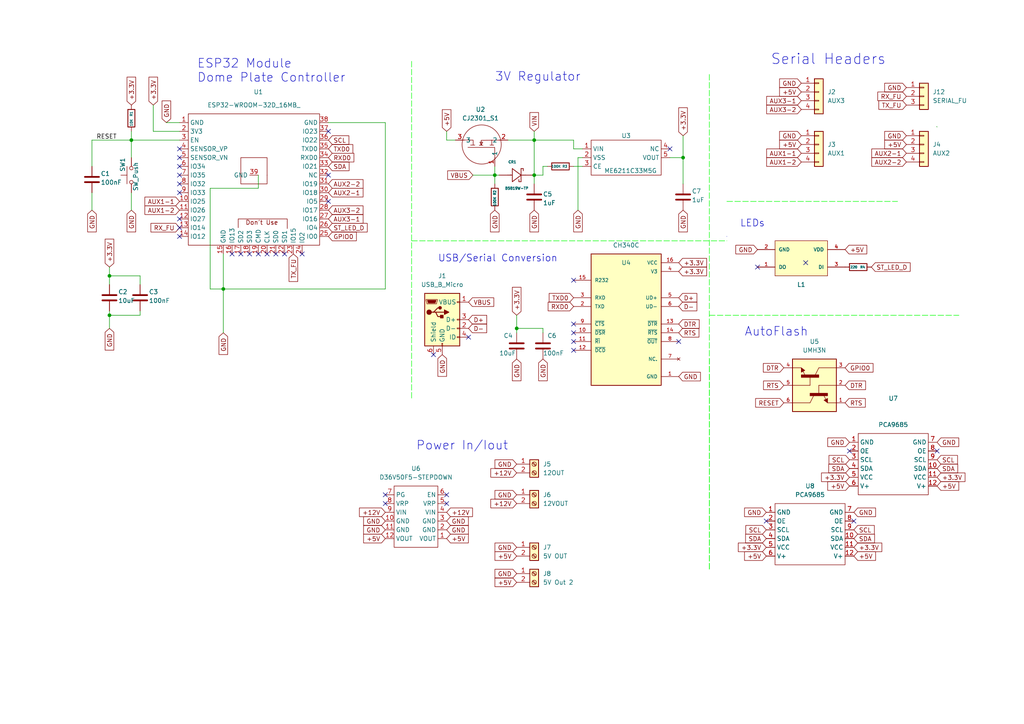
<source format=kicad_sch>
(kicad_sch (version 20231120) (generator "eeschema") (generator_version "8.0")
  (paper "A4")
  (title_block (title "Dome Plate Controller") (date "2022-11-16") (rev "2.0") (company "Created by: Greg Hulette") (comment 3 "- Controls Serial Comms to other devices") (comment 4 "- Accepts ESP-NOW messages"))
  (lib_symbols
    (symbol "B5819W-TP_1" (pin_numbers hide) (pin_names hide)
      (property "Reference" "CR" (at 5.08 4.445 0))
      (property "Value" "B5819W-TP_1" (at 5.08 -7.62 0))
      (symbol "B5819W-TP_1_1_1"
        (polyline (pts (xy 2.54 0) (xy 3.4798 0)) (stroke (width 0.2032)))
        (polyline (pts (xy 3.175 0) (xy 3.81 0)) (stroke (width 0.2032)))
        (polyline (pts (xy 3.81 -1.905) (xy 6.35 0)) (stroke (width 0.2032)))
        (polyline (pts (xy 3.81 1.905) (xy 3.81 -1.905)) (stroke (width 0.2032)))
        (polyline (pts (xy 5.715 -1.905) (xy 5.715 -1.27)) (stroke (width 0.2032)))
        (polyline (pts (xy 6.35 -1.905) (xy 5.715 -1.905)) (stroke (width 0.2032)))
        (polyline (pts (xy 6.35 -1.905) (xy 6.35 1.905)) (stroke (width 0.2032)))
        (polyline (pts (xy 6.35 0) (xy 3.81 1.905)) (stroke (width 0.2032)))
        (polyline (pts (xy 6.35 0) (xy 7.62 0)) (stroke (width 0.2032)))
        (polyline (pts (xy 6.35 1.905) (xy 6.985 1.905)) (stroke (width 0.2032)))
        (polyline (pts (xy 6.985 1.905) (xy 6.985 1.27)) (stroke (width 0.2032)))
        (pin unspecified line (at 0 0 0) (length 2.54) (name "A") (number "A"))
        (pin unspecified line (at 10.16 0 180) (length 2.54) (name "C") (number "C"))
      )
    )
    (symbol "Connector:Screw_Terminal_01x02" (pin_names (offset 1.016) hide)
      (property "Reference" "J" (at 0 2.54 0))
      (property "Value" "Screw_Terminal_01x02" (at 0 -5.08 0))
      (symbol "Screw_Terminal_01x02_1_1"
        (rectangle (start -1.27 1.27) (end 1.27 -3.81) (stroke (width 0.254)) (fill (type background)))
        (circle (center 0 -2.54) (radius 0.635) (stroke (width 0.1524)))
        (polyline (pts (xy -0.5334 -2.2098) (xy 0.3302 -3.048)) (stroke (width 0.1524)))
        (polyline (pts (xy -0.5334 0.3302) (xy 0.3302 -0.508)) (stroke (width 0.1524)))
        (polyline (pts (xy -0.3556 -2.032) (xy 0.508 -2.8702)) (stroke (width 0.1524)))
        (polyline (pts (xy -0.3556 0.508) (xy 0.508 -0.3302)) (stroke (width 0.1524)))
        (circle (center 0 0) (radius 0.635) (stroke (width 0.1524)))
        (pin passive line (at -5.08 0 0) (length 3.81) (name "Pin_1") (number "1"))
        (pin passive line (at -5.08 -2.54 0) (length 3.81) (name "Pin_2") (number "2"))
      )
    )
    (symbol "Connector:USB_B_Micro" (pin_names (offset 1.016))
      (property "Reference" "J" (at -5.08 11.43 0))
      (property "Value" "USB_B_Micro" (at -5.08 8.89 0))
      (symbol "USB_B_Micro_0_1"
        (rectangle (start -5.08 -7.62) (end 5.08 7.62) (stroke (width 0.254)) (fill (type background)))
        (circle (center -3.81 2.159) (radius 0.635) (stroke (width 0.254)) (fill (type outline)))
        (circle (center -0.635 3.429) (radius 0.381) (stroke (width 0.254)) (fill (type outline)))
        (rectangle (start -0.127 -7.62) (end 0.127 -6.858))
        (polyline (pts (xy -1.905 2.159) (xy 0.635 2.159)) (stroke (width 0.254)))
        (polyline (pts (xy -3.175 2.159) (xy -2.54 2.159) (xy -1.27 3.429) (xy -0.635 3.429)) (stroke (width 0.254)))
        (polyline (pts (xy -2.54 2.159) (xy -1.905 2.159) (xy -1.27 0.889) (xy 0 0.889)) (stroke (width 0.254)))
        (polyline (pts (xy 0.635 2.794) (xy 0.635 1.524) (xy 1.905 2.159) (xy 0.635 2.794)) (stroke (width 0.254)) (fill (type outline)))
        (polyline (pts (xy -4.318 5.588) (xy -1.778 5.588) (xy -2.032 4.826) (xy -4.064 4.826) (xy -4.318 5.588)) (fill (type outline)))
        (polyline (pts (xy -4.699 5.842) (xy -4.699 5.588) (xy -4.445 4.826) (xy -4.445 4.572) (xy -1.651 4.572) (xy -1.651 4.826) (xy -1.397 5.588) (xy -1.397 5.842) (xy -4.699 5.842)))
        (rectangle (start 0.254 1.27) (end -0.508 0.508) (stroke (width 0.254)) (fill (type outline)))
        (rectangle (start 5.08 -5.207) (end 4.318 -4.953))
        (rectangle (start 5.08 -2.667) (end 4.318 -2.413))
        (rectangle (start 5.08 -0.127) (end 4.318 0.127))
        (rectangle (start 5.08 4.953) (end 4.318 5.207))
      )
      (symbol "USB_B_Micro_1_1"
        (pin power_out line (at 7.62 5.08 180) (length 2.54) (name "VBUS") (number "1"))
        (pin bidirectional line (at 7.62 -2.54 180) (length 2.54) (name "D-") (number "2"))
        (pin bidirectional line (at 7.62 0 180) (length 2.54) (name "D+") (number "3"))
        (pin passive line (at 7.62 -5.08 180) (length 2.54) (name "ID") (number "4"))
        (pin power_out line (at 0 -10.16 90) (length 2.54) (name "GND") (number "5"))
        (pin passive line (at -2.54 -10.16 90) (length 2.54) (name "Shield") (number "6"))
      )
    )
    (symbol "Connector_Generic:Conn_01x03" (pin_names (offset 1.016) hide)
      (property "Reference" "J" (at 0 5.08 0))
      (property "Value" "Conn_01x03" (at 0 -5.08 0))
      (symbol "Conn_01x03_1_1"
        (rectangle (start -1.27 -2.413) (end 0 -2.667) (stroke (width 0.1524)))
        (rectangle (start -1.27 0.127) (end 0 -0.127) (stroke (width 0.1524)))
        (rectangle (start -1.27 2.667) (end 0 2.413) (stroke (width 0.1524)))
        (rectangle (start -1.27 3.81) (end 1.27 -3.81) (stroke (width 0.254)) (fill (type background)))
        (pin passive line (at -5.08 2.54 0) (length 3.81) (name "Pin_1") (number "1"))
        (pin passive line (at -5.08 0 0) (length 3.81) (name "Pin_2") (number "2"))
        (pin passive line (at -5.08 -2.54 0) (length 3.81) (name "Pin_3") (number "3"))
      )
    )
    (symbol "Connector_Generic:Conn_01x04" (pin_names (offset 1.016) hide)
      (property "Reference" "J" (at 0 5.08 0))
      (property "Value" "Conn_01x04" (at 0 -7.62 0))
      (symbol "Conn_01x04_1_1"
        (rectangle (start -1.27 -4.953) (end 0 -5.207) (stroke (width 0.1524)))
        (rectangle (start -1.27 -2.413) (end 0 -2.667) (stroke (width 0.1524)))
        (rectangle (start -1.27 0.127) (end 0 -0.127) (stroke (width 0.1524)))
        (rectangle (start -1.27 2.667) (end 0 2.413) (stroke (width 0.1524)))
        (rectangle (start -1.27 3.81) (end 1.27 -6.35) (stroke (width 0.254)) (fill (type background)))
        (pin passive line (at -5.08 2.54 0) (length 3.81) (name "Pin_1") (number "1"))
        (pin passive line (at -5.08 0 0) (length 3.81) (name "Pin_2") (number "2"))
        (pin passive line (at -5.08 -2.54 0) (length 3.81) (name "Pin_3") (number "3"))
        (pin passive line (at -5.08 -5.08 0) (length 3.81) (name "Pin_4") (number "4"))
      )
    )
    (symbol "Custom:CH340C" (pin_names (offset 1.016))
      (property "Reference" "U" (at -10.16 20.955 0))
      (property "Value" "CH340C" (at -10.16 -20.32 0))
      (symbol "CH340C_0_0"
        (rectangle (start -10.16 -17.78) (end 10.16 20.32) (stroke (width 0.254)) (fill (type background)))
        (pin power_in line (at 15.24 -15.24 180) (length 5.08) (name "GND") (number "1"))
        (pin input line (at -15.24 -2.54 0) (length 5.08) (name "~{DSR}") (number "10"))
        (pin input line (at -15.24 -5.08 0) (length 5.08) (name "~{RI}") (number "11"))
        (pin input line (at -15.24 -7.62 0) (length 5.08) (name "~{DCD}") (number "12"))
        (pin output line (at 15.24 0 180) (length 5.08) (name "~{DTR}") (number "13"))
        (pin output line (at 15.24 -2.54 180) (length 5.08) (name "~{RTS}") (number "14"))
        (pin input line (at -15.24 12.7 0) (length 5.08) (name "R232") (number "15"))
        (pin power_in line (at 15.24 17.78 180) (length 5.08) (name "VCC") (number "16"))
        (pin output line (at -15.24 5.08 0) (length 5.08) (name "TXD") (number "2"))
        (pin input line (at -15.24 7.62 0) (length 5.08) (name "RXD") (number "3"))
        (pin power_in line (at 15.24 15.24 180) (length 5.08) (name "V3") (number "4"))
        (pin bidirectional line (at 15.24 7.62 180) (length 5.08) (name "UD+") (number "5"))
        (pin bidirectional line (at 15.24 5.08 180) (length 5.08) (name "UD-") (number "6"))
        (pin no_connect line (at 15.24 -10.16 180) (length 5.08) (name "NC.") (number "7"))
        (pin output line (at 15.24 -5.08 180) (length 5.08) (name "~{OUT}") (number "8"))
        (pin input line (at -15.24 0 0) (length 5.08) (name "~{CTS}") (number "9"))
      )
    )
    (symbol "Custom:CJ2301_S1"
      (property "Reference" "U" (at 0 10.16 0))
      (property "Value" "CJ2301_S1" (at -1.27 -10.16 0))
      (symbol "CJ2301_S1_0_1"
        (polyline (pts (xy -8.89 1.27) (xy -8.89 1.27)))
        (polyline (pts (xy -1.9558 -0.1778) (xy -3.2258 -0.1778)))
        (polyline (pts (xy 2.413 -0.1778) (xy 3.5052 -0.1778)))
        (polyline (pts (xy 2.9464 1.2954) (xy 2.9464 -0.1016)))
        (polyline (pts (xy -5.0292 1.2954) (xy -2.4638 1.27) (xy -2.4638 -0.1016)))
        (polyline (pts (xy -0.508 0.6604) (xy 0.3302 0.6858) (xy -0.127 -0.1778)))
        (polyline (pts (xy 3.8354 -3.8608) (xy 3.7846 -0.8382) (xy -3.9878 -0.8382)))
        (polyline (pts (xy 5.08 1.27) (xy -0.1524 1.2192) (xy -0.1016 -0.2032)))
        (polyline (pts (xy -0.4826 0.6096) (xy -0.127 -0.2286) (xy 0.381 -0.2286) (xy -0.7112 -0.2286)))
        (circle (center 0 0) (radius 5.6796))
      )
      (symbol "CJ2301_S1_1_1"
        (pin bidirectional line (at 3.81 -6.35 90) (length 2.54) (name "1") (number "1"))
        (pin bidirectional line (at 7.62 1.27 180) (length 2.54) (name "2") (number "2"))
        (pin input line (at -7.62 1.27 0) (length 2.54) (name "3") (number "3"))
      )
    )
    (symbol "Custom:ESP32-WROOM-32-Custom"
      (property "Reference" "U" (at -3.7846 54.2036 0))
      (property "Value" "ESP32-WROOM-32-Custom" (at -2.1082 -82.3214 0))
      (symbol "ESP32-WROOM-32-Custom_0_0"
        (text "Don't Use" (at 1.016 -11.176 0) (effects (font (size 1.27 1.27))))
      )
      (symbol "ESP32-WROOM-32-Custom_0_1"
        (rectangle (start -20.32 20.32) (end 17.78 -17.78))
        (rectangle (start -5.08 7.62) (end 2.54 0))
        (polyline (pts (xy -5.842 -12.7) (xy -5.842 -10.16) (xy 8.382 -10.16) (xy 8.382 -12.954)))
        (rectangle (start 2.54 2.54) (end 2.54 2.54))
      )
      (symbol "ESP32-WROOM-32-Custom_1_1"
        (pin bidirectional line (at -22.86 17.78 0) (length 2.54) (name "GND") (number "1"))
        (pin bidirectional line (at -22.86 -5.08 0) (length 2.54) (name "IO25") (number "10"))
        (pin bidirectional line (at -22.86 -7.62 0) (length 2.54) (name "IO26") (number "11"))
        (pin bidirectional line (at -22.86 -10.16 0) (length 2.54) (name "IO27") (number "12"))
        (pin bidirectional line (at -22.86 -12.7 0) (length 2.54) (name "IO14") (number "13"))
        (pin bidirectional line (at -22.86 -15.24 0) (length 2.54) (name "IO12") (number "14"))
        (pin bidirectional line (at -10.16 -20.32 90) (length 2.54) (name "GND") (number "15"))
        (pin bidirectional line (at -7.62 -20.32 90) (length 2.54) (name "IO13") (number "16"))
        (pin bidirectional line (at -5.08 -20.32 90) (length 2.54) (name "SD2") (number "17"))
        (pin bidirectional line (at -2.54 -20.32 90) (length 2.54) (name "SD3") (number "18"))
        (pin bidirectional line (at 0 -20.32 90) (length 2.54) (name "CMD") (number "19"))
        (pin bidirectional line (at -22.86 15.24 0) (length 2.54) (name "3V3") (number "2"))
        (pin bidirectional line (at 2.54 -20.32 90) (length 2.54) (name "CLK") (number "20"))
        (pin bidirectional line (at 5.08 -20.32 90) (length 2.54) (name "SD0") (number "21"))
        (pin bidirectional line (at 7.62 -20.32 90) (length 2.54) (name "SD1") (number "22"))
        (pin bidirectional line (at 10.16 -20.32 90) (length 2.54) (name "IO15") (number "23"))
        (pin bidirectional line (at 12.7 -20.32 90) (length 2.54) (name "IO2") (number "24"))
        (pin bidirectional line (at 20.32 -15.24 180) (length 2.54) (name "IO0") (number "25"))
        (pin bidirectional line (at 20.32 -12.7 180) (length 2.54) (name "IO4") (number "26"))
        (pin bidirectional line (at 20.32 -10.16 180) (length 2.54) (name "IO16") (number "27"))
        (pin bidirectional line (at 20.32 -7.62 180) (length 2.54) (name "IO17") (number "28"))
        (pin bidirectional line (at 20.32 -5.08 180) (length 2.54) (name "IO5") (number "29"))
        (pin bidirectional line (at -22.86 12.7 0) (length 2.54) (name "EN") (number "3"))
        (pin bidirectional line (at 20.32 -2.54 180) (length 2.54) (name "IO18") (number "30"))
        (pin bidirectional line (at 20.32 0 180) (length 2.54) (name "IO19") (number "31"))
        (pin bidirectional line (at 20.32 2.54 180) (length 2.54) (name "NC") (number "32"))
        (pin bidirectional line (at 20.32 5.08 180) (length 2.54) (name "IO21") (number "33"))
        (pin bidirectional line (at 20.32 7.62 180) (length 2.54) (name "RXD0") (number "34"))
        (pin bidirectional line (at 20.32 10.16 180) (length 2.54) (name "TXD0") (number "35"))
        (pin bidirectional line (at 20.32 12.7 180) (length 2.54) (name "IO22") (number "36"))
        (pin bidirectional line (at 20.32 15.24 180) (length 2.54) (name "IO23") (number "37"))
        (pin bidirectional line (at 20.32 17.78 180) (length 2.54) (name "GND") (number "38"))
        (pin bidirectional line (at 0 2.54 180) (length 2.54) (name "GND") (number "39"))
        (pin bidirectional line (at -22.86 10.16 0) (length 2.54) (name "SENSOR_VP") (number "4"))
        (pin bidirectional line (at -22.86 7.62 0) (length 2.54) (name "SENSOR_VN") (number "5"))
        (pin bidirectional line (at -22.86 5.08 0) (length 2.54) (name "IO34") (number "6"))
        (pin bidirectional line (at -22.86 2.54 0) (length 2.54) (name "IO35") (number "7"))
        (pin bidirectional line (at -22.86 0 0) (length 2.54) (name "IO32") (number "8"))
        (pin bidirectional line (at -22.86 -2.54 0) (length 2.54) (name "IO33") (number "9"))
      )
    )
    (symbol "Custom:ME6211C33M5G"
      (property "Reference" "U" (at -0.1016 6.4262 0))
      (property "Value" "ME6211C33M5G" (at -0.4064 -7.6454 0))
      (symbol "ME6211C33M5G_0_1"
        (rectangle (start -10.16 5.08) (end 10.16 -5.08))
      )
      (symbol "ME6211C33M5G_1_1"
        (pin bidirectional line (at -12.7 2.54 0) (length 2.54) (name "VIN") (number "1"))
        (pin bidirectional line (at -12.7 0 0) (length 2.54) (name "VSS") (number "2"))
        (pin bidirectional line (at -12.7 -2.54 0) (length 2.54) (name "CE") (number "3"))
        (pin bidirectional line (at 12.7 2.54 180) (length 2.54) (name "NC") (number "4"))
        (pin bidirectional line (at 12.7 0 180) (length 2.54) (name "VOUT") (number "5"))
      )
    )
    (symbol "Custom:PCA9685"
      (property "Reference" "U" (at 0.254 8.89 0))
      (property "Value" "PCA9685" (at -0.762 -11.938 0))
      (symbol "PCA9685_0_1"
        (rectangle (start -10.16 7.62) (end 10.16 -10.16))
      )
      (symbol "PCA9685_1_1"
        (pin bidirectional line (at -12.7 5.08 0) (length 2.54) (name "GND") (number "1"))
        (pin bidirectional line (at 12.7 -2.54 180) (length 2.54) (name "SDA") (number "10"))
        (pin bidirectional line (at 12.7 -5.08 180) (length 2.54) (name "VCC") (number "11"))
        (pin bidirectional line (at 12.7 -7.62 180) (length 2.54) (name "V+") (number "12"))
        (pin bidirectional line (at -12.7 2.54 0) (length 2.54) (name "OE") (number "2"))
        (pin bidirectional line (at -12.7 0 0) (length 2.54) (name "SCL") (number "3"))
        (pin bidirectional line (at -12.7 -2.54 0) (length 2.54) (name "SDA") (number "4"))
        (pin bidirectional line (at -12.7 -5.08 0) (length 2.54) (name "VCC") (number "5"))
        (pin bidirectional line (at -12.7 -7.62 0) (length 2.54) (name "V+") (number "6"))
        (pin bidirectional line (at 12.7 5.08 180) (length 2.54) (name "GND") (number "7"))
        (pin bidirectional line (at 12.7 2.54 180) (length 2.54) (name "OE") (number "8"))
        (pin bidirectional line (at 12.7 0 180) (length 2.54) (name "SCL") (number "9"))
      )
    )
    (symbol "Custom:UMH3N" (pin_names (offset 1.016) hide)
      (property "Reference" "U" (at 2.54 0 0))
      (property "Value" "UMH3N" (at 2.54 -2.54 0))
      (symbol "UMH3N_0_0"
        (rectangle (start -12.7 -7.62) (end 2.54 5.08) (stroke (width 0.254)) (fill (type background)))
        (rectangle (start -2.794 -2.54) (end -2.032 2.54) (fill (type outline)))
        (polyline (pts (xy -10.16 -5.08) (xy -10.16 -7.62)) (stroke (width 0.1524)))
        (polyline (pts (xy -10.16 -5.08) (xy -8.89 -5.08)) (stroke (width 0.1524)))
        (polyline (pts (xy -10.16 0) (xy -10.16 5.08)) (stroke (width 0.1524)))
        (polyline (pts (xy -10.16 0) (xy -8.128 -1.016)) (stroke (width 0.1524)))
        (polyline (pts (xy -9.906 -4.953) (xy -9.398 -4.318)) (stroke (width 0.254)))
        (polyline (pts (xy -9.525 -4.826) (xy -9.398 -4.572)) (stroke (width 0.254)))
        (polyline (pts (xy -9.398 -4.318) (xy -9.144 -4.826)) (stroke (width 0.254)))
        (polyline (pts (xy -9.398 -4.064) (xy -10.16 -5.08)) (stroke (width 0.1524)))
        (polyline (pts (xy -9.1694 -4.572) (xy -7.9248 -3.9624)) (stroke (width 0.1524)))
        (polyline (pts (xy -9.144 -4.953) (xy -9.906 -4.953)) (stroke (width 0.254)))
        (polyline (pts (xy -9.144 -4.826) (xy -9.525 -4.826)) (stroke (width 0.254)))
        (polyline (pts (xy -8.89 -5.08) (xy -9.398 -4.064)) (stroke (width 0.1524)))
        (polyline (pts (xy -7.62 -2.54) (xy -5.08 -2.54)) (stroke (width 0.1524)))
        (polyline (pts (xy -5.08 -2.54) (xy -5.08 -7.62)) (stroke (width 0.1524)))
        (polyline (pts (xy -5.08 0) (xy -5.08 5.08)) (stroke (width 0.1524)))
        (polyline (pts (xy -2.54 0) (xy -5.08 0)) (stroke (width 0.1524)))
        (polyline (pts (xy -1.27 2.54) (xy -0.762 1.524)) (stroke (width 0.1524)))
        (polyline (pts (xy -1.016 2.286) (xy -0.635 2.286)) (stroke (width 0.254)))
        (polyline (pts (xy -1.016 2.413) (xy -0.254 2.413)) (stroke (width 0.254)))
        (polyline (pts (xy -0.9906 2.032) (xy -2.2352 1.4224)) (stroke (width 0.1524)))
        (polyline (pts (xy -0.762 1.524) (xy 0 2.54)) (stroke (width 0.1524)))
        (polyline (pts (xy -0.762 1.778) (xy -1.016 2.286)) (stroke (width 0.254)))
        (polyline (pts (xy -0.635 2.286) (xy -0.762 2.032)) (stroke (width 0.254)))
        (polyline (pts (xy -0.254 2.413) (xy -0.762 1.778)) (stroke (width 0.254)))
        (polyline (pts (xy 0 -2.54) (xy -2.032 -1.524)) (stroke (width 0.1524)))
        (polyline (pts (xy 0 -2.54) (xy 0 -7.62)) (stroke (width 0.1524)))
        (polyline (pts (xy 0 2.54) (xy -1.27 2.54)) (stroke (width 0.1524)))
        (polyline (pts (xy 0 5.08) (xy 0 2.54)) (stroke (width 0.1524)))
        (polyline (pts (xy -8.128 0) (xy -7.366 0) (xy -7.366 -5.08) (xy -8.128 -5.08) (xy -8.128 0)) (fill (type outline)))
        (pin output line (at -10.16 -10.16 90) (length 2.54) (name "~") (number "1"))
        (pin input line (at -5.08 -10.16 90) (length 2.54) (name "~") (number "2"))
        (pin input line (at 0 -10.16 90) (length 2.54) (name "~") (number "3"))
        (pin output line (at 0 7.62 270) (length 2.54) (name "~") (number "4"))
        (pin input line (at -5.08 7.62 270) (length 2.54) (name "~") (number "5"))
        (pin input line (at -10.16 7.62 270) (length 2.54) (name "~") (number "6"))
      )
    )
    (symbol "Device:C" (pin_numbers hide) (pin_names (offset 0.254))
      (property "Reference" "C" (at 0.635 2.54 0))
      (property "Value" "C" (at 0.635 -2.54 0))
      (symbol "C_0_1"
        (polyline (pts (xy -2.032 -0.762) (xy 2.032 -0.762)) (stroke (width 0.508)))
        (polyline (pts (xy -2.032 0.762) (xy 2.032 0.762)) (stroke (width 0.508)))
      )
      (symbol "C_1_1"
        (pin passive line (at 0 3.81 270) (length 2.794) (name "~") (number "1"))
        (pin passive line (at 0 -3.81 90) (length 2.794) (name "~") (number "2"))
      )
    )
    (symbol "Device:R" (pin_numbers hide) (pin_names (offset 0))
      (property "Reference" "R" (at 2.032 0 90))
      (property "Value" "R" (at 0 0 90))
      (symbol "R_0_1"
        (rectangle (start -1.016 -2.54) (end 1.016 2.54) (stroke (width 0.254)))
      )
      (symbol "R_1_1"
        (pin passive line (at 0 3.81 270) (length 1.27) (name "~") (number "1"))
        (pin passive line (at 0 -3.81 90) (length 1.27) (name "~") (number "2"))
      )
    )
    (symbol "LED:WS2812B-2020" (pin_names (offset 1.016))
      (property "Reference" "L" (at -7.366 5.842 0))
      (symbol "WS2812B-2020_0_0"
        (rectangle (start -7.62 -5.08) (end 7.62 5.08) (stroke (width 0.1524)) (fill (type background)))
        (pin bidirectional line (at 12.7 2.54 180) (length 5.08) (name "DO") (number "1"))
        (pin bidirectional line (at 12.7 -2.54 180) (length 5.08) (name "GND") (number "2"))
        (pin bidirectional line (at -12.7 2.54 0) (length 5.08) (name "DI") (number "3"))
        (pin bidirectional line (at -12.7 -2.54 0) (length 5.08) (name "VDD") (number "4"))
      )
    )
    (symbol "Pololu:D36V50F5-STEPDOWN"
      (property "Reference" "U" (at 0.762 -11.684 0))
      (property "Value" "D36V50F5-STEPDOWN" (at 0.254 10.414 0))
      (symbol "D36V50F5-STEPDOWN_0_1"
        (rectangle (start -6.35 -8.89) (end 6.35 8.89))
      )
      (symbol "D36V50F5-STEPDOWN_1_1"
        (pin bidirectional line (at 8.89 -6.35 180) (length 2.54) (name "VOUT") (number "1"))
        (pin bidirectional line (at -8.89 -1.27 0) (length 2.54) (name "GND") (number "10"))
        (pin bidirectional line (at -8.89 -3.81 0) (length 2.54) (name "GND") (number "11"))
        (pin bidirectional line (at -8.89 -6.35 0) (length 2.54) (name "VOUT") (number "12"))
        (pin bidirectional line (at 8.89 -3.81 180) (length 2.54) (name "GND") (number "2"))
        (pin bidirectional line (at 8.89 -1.27 180) (length 2.54) (name "GND") (number "3"))
        (pin bidirectional line (at 8.89 1.27 180) (length 2.54) (name "VIN") (number "4"))
        (pin bidirectional line (at 8.89 3.81 180) (length 2.54) (name "VRP") (number "5"))
        (pin bidirectional line (at 8.89 6.35 180) (length 2.54) (name "EN") (number "6"))
        (pin bidirectional line (at -8.89 6.35 0) (length 2.54) (name "PG") (number "7"))
        (pin bidirectional line (at -8.89 3.81 0) (length 2.54) (name "VRP") (number "8"))
        (pin bidirectional line (at -8.89 1.27 0) (length 2.54) (name "VIN") (number "9"))
      )
    )
    (symbol "Switch:SW_Push" (pin_numbers hide) (pin_names (offset 1.016) hide)
      (property "Reference" "SW" (at 1.27 2.54 0))
      (property "Value" "SW_Push" (at 0 -1.524 0))
      (symbol "SW_Push_0_1"
        (circle (center -2.032 0) (radius 0.508))
        (polyline (pts (xy 0 1.27) (xy 0 3.048)))
        (polyline (pts (xy 2.54 1.27) (xy -2.54 1.27)))
        (circle (center 2.032 0) (radius 0.508))
        (pin passive line (at -5.08 0 0) (length 2.54) (name "1") (number "1"))
        (pin passive line (at 5.08 0 180) (length 2.54) (name "2") (number "2"))
      )
    )
  )
  (junction (at 64.77 83.82))
  (junction (at 31.75 91.44))
  (junction (at 198.12 45.72))
  (junction (at 143.51 50.8))
  (junction (at 31.75 80.01))
  (junction (at 154.94 40.64))
  (junction (at 149.86 95.25))
  (junction (at 38.1 40.64))
  (junction (at 154.94 50.8))
  (no_connect (at 194.31 43.18))
  (no_connect (at 247.65 151.13))
  (no_connect (at 196.85 99.06))
  (no_connect (at 52.07 50.8))
  (no_connect (at 95.25 50.8))
  (no_connect (at 222.25 151.13))
  (no_connect (at 52.07 43.18))
  (no_connect (at 87.63 73.66))
  (no_connect (at 125.73 102.87))
  (no_connect (at 52.07 68.58))
  (no_connect (at 74.93 73.66))
  (no_connect (at 233.68 76.2))
  (no_connect (at 77.47 73.66))
  (no_connect (at 67.31 73.66))
  (no_connect (at 52.07 45.72))
  (no_connect (at 80.01 73.66))
  (no_connect (at 219.71 77.47))
  (no_connect (at 69.85 73.66))
  (no_connect (at 52.07 55.88))
  (no_connect (at 95.25 38.1))
  (no_connect (at 52.07 63.5))
  (no_connect (at 166.37 93.98))
  (no_connect (at 166.37 96.52))
  (no_connect (at 166.37 101.6))
  (no_connect (at 166.37 99.06))
  (no_connect (at 52.07 66.04))
  (no_connect (at 82.55 73.66))
  (no_connect (at 135.89 97.79))
  (no_connect (at 52.07 53.34))
  (no_connect (at 246.38 130.81))
  (no_connect (at 271.78 130.81))
  (no_connect (at 129.54 146.05))
  (no_connect (at 129.54 143.51))
  (no_connect (at 111.76 143.51))
  (no_connect (at 111.76 146.05))
  (no_connect (at 72.39 73.66))
  (no_connect (at 95.25 58.42))
  (no_connect (at 52.07 48.26))
  (no_connect (at 166.37 81.28))
  (wire (pts (xy 40.64 90.17) (xy 40.64 91.44)))
  (wire (pts (xy 38.1 40.64) (xy 52.07 40.64)))
  (wire (pts (xy 271.6847 36.6868) (xy 271.78 36.83)))
  (wire (pts (xy 31.75 77.47) (xy 31.75 80.01)))
  (wire (pts (xy 64.77 83.82) (xy 111.76 83.82)))
  (wire (pts (xy 154.94 50.8) (xy 154.94 53.34)))
  (wire (pts (xy 64.77 73.66) (xy 64.77 83.82)))
  (wire (pts (xy 95.25 35.56) (xy 111.76 35.56)))
  (wire (pts (xy 154.94 40.64) (xy 166.37 40.64)))
  (polyline (pts (xy 210.82 68.58) (xy 210.82 68.58)) (stroke (width 0) (type dash)))
  (wire (pts (xy 40.64 91.44) (xy 31.75 91.44)))
  (wire (pts (xy 64.77 83.82) (xy 64.77 96.52)))
  (polyline (pts (xy 205.74 91.44) (xy 278.13 91.44)) (stroke (width 0) (type dash) (color 0 255 0 1)))
  (wire (pts (xy 31.75 80.01) (xy 31.75 82.55)))
  (wire (pts (xy 26.67 40.64) (xy 38.1 40.64)))
  (wire (pts (xy 31.75 91.44) (xy 31.75 95.25)))
  (wire (pts (xy 143.51 48.26) (xy 143.51 50.8)))
  (wire (pts (xy 149.86 91.44) (xy 149.86 95.25)))
  (wire (pts (xy 38.1 40.64) (xy 38.1 45.72)))
  (polyline (pts (xy 119.38 17.78) (xy 119.38 115.57)) (stroke (width 0) (type dash) (color 0 255 0 1)))
  (wire (pts (xy 26.67 48.26) (xy 26.67 40.64)))
  (polyline (pts (xy 210.82 58.42) (xy 260.35 58.42)) (stroke (width 0) (type dash) (color 0 255 0 1)))
  (wire (pts (xy 74.93 50.8) (xy 74.93 54.61)))
  (wire (pts (xy 166.37 48.26) (xy 168.91 48.26)))
  (wire (pts (xy 198.12 39.37) (xy 198.12 45.72)))
  (wire (pts (xy 38.1 55.88) (xy 38.1 60.96)))
  (wire (pts (xy 40.64 80.01) (xy 40.64 82.55)))
  (wire (pts (xy 44.45 30.48) (xy 44.45 38.1)))
  (wire (pts (xy 157.48 48.26) (xy 157.48 50.8)))
  (wire (pts (xy 149.86 95.25) (xy 149.86 96.52)))
  (polyline (pts (xy 205.74 21.59) (xy 205.74 165.1)) (stroke (width 0) (type dash) (color 0 255 0 1)))
  (wire (pts (xy 60.96 83.82) (xy 64.77 83.82)))
  (wire (pts (xy 157.48 95.25) (xy 149.86 95.25)))
  (wire (pts (xy 60.96 54.61) (xy 60.96 83.82)))
  (wire (pts (xy 52.07 35.56) (xy 48.26 35.56)))
  (wire (pts (xy 31.75 90.17) (xy 31.75 91.44)))
  (wire (pts (xy 129.54 40.64) (xy 132.08 40.64)))
  (wire (pts (xy 38.1 38.1) (xy 38.1 40.64)))
  (wire (pts (xy 129.54 38.1) (xy 129.54 40.64)))
  (wire (pts (xy 167.64 45.72) (xy 168.91 45.72)))
  (wire (pts (xy 194.31 45.72) (xy 198.12 45.72)))
  (wire (pts (xy 26.67 55.88) (xy 26.67 60.96)))
  (wire (pts (xy 147.32 40.64) (xy 154.94 40.64)))
  (wire (pts (xy 166.37 43.18) (xy 168.91 43.18)))
  (polyline (pts (xy 119.38 69.85) (xy 210.82 69.85)) (stroke (width 0) (type dash) (color 0 255 0 1)))
  (polyline (pts (xy 205.74 165.1) (xy 205.74 104.14)) (stroke (width 0) (type dash) (color 0 255 0 1)))
  (wire (pts (xy 154.94 40.64) (xy 154.94 50.8)))
  (wire (pts (xy 166.37 40.64) (xy 166.37 43.18)))
  (wire (pts (xy 198.12 45.72) (xy 198.12 53.34)))
  (wire (pts (xy 143.51 50.8) (xy 143.51 53.34)))
  (wire (pts (xy 44.45 38.1) (xy 52.07 38.1)))
  (wire (pts (xy 167.64 45.72) (xy 167.64 60.96)))
  (wire (pts (xy 137.16 50.8) (xy 143.51 50.8)))
  (wire (pts (xy 74.93 54.61) (xy 60.96 54.61)))
  (wire (pts (xy 31.75 80.01) (xy 40.64 80.01)))
  (wire (pts (xy 157.48 50.8) (xy 154.94 50.8)))
  (wire (pts (xy 157.48 95.25) (xy 157.48 96.52)))
  (wire (pts (xy 111.76 35.56) (xy 111.76 83.82)))
  (wire (pts (xy 143.51 50.8) (xy 144.78 50.8)))
  (wire (pts (xy 154.94 38.1) (xy 154.94 40.64)))
  (wire (pts (xy 157.48 48.26) (xy 158.75 48.26)))
  (text "ESP32 Module \nDome Plate Controller" (at 57.15 24.13 0) (effects (font (size 2.54 2.54)) (justify left bottom)))
  (text "3V Regulator\n\n" (at 143.51 27.94 0) (effects (font (size 2.54 2.54)) (justify left bottom)))
  (text "LEDs" (at 214.63 66.04 0) (effects (font (size 2 2)) (justify left bottom)))
  (text "Power In/Iout" (at 120.65 130.81 0) (effects (font (size 2.54 2.54)) (justify left bottom)))
  (text "USB/Serial Conversion \n" (at 127 76.2 0) (effects (font (size 2 2)) (justify left bottom)))
  (text "AutoFlash\n" (at 215.9 97.79 0) (effects (font (size 2.54 2.54)) (justify left bottom)))
  (text "Serial Headers" (at 223.52 19.05 0) (effects (font (size 3 3)) (justify left bottom)))
  (label "RESET" (at 27.94 40.64 0))
  (global_label "ST_LED_D" (shape input) (at 95.25 66.04 0) (property "Intersheetrefs" "${INTERSHEET_REFS}" (effects (hide yes))))
  (global_label "SCL" (shape input) (at 271.78 133.35 0) (property "Intersheetrefs" "${INTERSHEET_REFS}" (effects (hide yes))))
  (global_label "+5V" (shape input) (at 232.41 41.91 180) (property "Intersheetrefs" "${INTERSHEET_REFS}" (effects (hide yes))))
  (global_label "GND" (shape input) (at 48.26 35.56 90) (property "Intersheetrefs" "${INTERSHEET_REFS}" (effects (hide yes))))
  (global_label "AUX1-1" (shape input) (at 52.07 58.42 180) (property "Intersheetrefs" "${INTERSHEET_REFS}" (effects (hide yes))))
  (global_label "GND" (shape input) (at 196.85 109.22 0) (property "Intersheetrefs" "${INTERSHEET_REFS}" (effects (hide yes))))
  (global_label "RTS" (shape input) (at 196.85 96.52 0) (property "Intersheetrefs" "${INTERSHEET_REFS}" (effects (hide yes))))
  (global_label "RESET" (shape input) (at 227.33 116.84 180) (property "Intersheetrefs" "${INTERSHEET_REFS}" (effects (hide yes))))
  (global_label "VIN" (shape input) (at 154.94 38.1 90) (property "Intersheetrefs" "${INTERSHEET_REFS}" (effects (hide yes))))
  (global_label "+5V" (shape input) (at 111.76 156.21 180) (property "Intersheetrefs" "${INTERSHEET_REFS}" (effects (hide yes))))
  (global_label "+3.3V" (shape input) (at 271.78 138.43 0) (property "Intersheetrefs" "${INTERSHEET_REFS}" (effects (hide yes))))
  (global_label "RTS" (shape input) (at 227.33 111.76 180) (property "Intersheetrefs" "${INTERSHEET_REFS}" (effects (hide yes))))
  (global_label "+12V" (shape input) (at 129.54 148.59 0) (property "Intersheetrefs" "${INTERSHEET_REFS}" (effects (hide yes))))
  (global_label "SDA" (shape input) (at 222.25 156.21 180) (property "Intersheetrefs" "${INTERSHEET_REFS}" (effects (hide yes))))
  (global_label "D+" (shape input) (at 135.89 92.71 0) (property "Intersheetrefs" "${INTERSHEET_REFS}" (effects (hide yes))))
  (global_label "GND" (shape input) (at 219.71 72.39 180) (property "Intersheetrefs" "${INTERSHEET_REFS}" (effects (hide yes))))
  (global_label "RX_FU" (shape input) (at 262.89 27.94 180) (property "Intersheetrefs" "${INTERSHEET_REFS}" (effects (hide yes))))
  (global_label "+3.3V" (shape input) (at 246.38 138.43 180) (property "Intersheetrefs" "${INTERSHEET_REFS}" (effects (hide yes))))
  (global_label "TXD0" (shape input) (at 95.25 43.18 0) (property "Intersheetrefs" "${INTERSHEET_REFS}" (effects (hide yes))))
  (global_label "+5V" (shape input) (at 149.86 168.91 180) (property "Intersheetrefs" "${INTERSHEET_REFS}" (effects (hide yes))))
  (global_label "GND" (shape input) (at 38.1 60.96 270) (property "Intersheetrefs" "${INTERSHEET_REFS}" (effects (hide yes))))
  (global_label "AUX2-2" (shape input) (at 95.25 53.34 0) (property "Intersheetrefs" "${INTERSHEET_REFS}" (effects (hide yes))))
  (global_label "GPIO0" (shape input) (at 95.25 68.58 0) (property "Intersheetrefs" "${INTERSHEET_REFS}" (effects (hide yes))))
  (global_label "DTR" (shape input) (at 227.33 106.68 180) (property "Intersheetrefs" "${INTERSHEET_REFS}" (effects (hide yes))))
  (global_label "GND" (shape input) (at 143.51 60.96 270) (property "Intersheetrefs" "${INTERSHEET_REFS}" (effects (hide yes))))
  (global_label "RXD0" (shape input) (at 95.25 45.72 0) (property "Intersheetrefs" "${INTERSHEET_REFS}" (effects (hide yes))))
  (global_label "GND" (shape input) (at 262.89 25.4 180) (property "Intersheetrefs" "${INTERSHEET_REFS}" (effects (hide yes))))
  (global_label "AUX1-2" (shape input) (at 52.07 60.96 180) (property "Intersheetrefs" "${INTERSHEET_REFS}" (effects (hide yes))))
  (global_label "+5V" (shape input) (at 232.41 26.67 180) (property "Intersheetrefs" "${INTERSHEET_REFS}" (effects (hide yes))))
  (global_label "TXD0" (shape input) (at 166.37 86.36 180) (property "Intersheetrefs" "${INTERSHEET_REFS}" (effects (hide yes))))
  (global_label "GND" (shape input) (at 222.25 148.59 180) (property "Intersheetrefs" "${INTERSHEET_REFS}" (effects (hide yes))))
  (global_label "GPIO0" (shape input) (at 245.11 106.68 0) (property "Intersheetrefs" "${INTERSHEET_REFS}" (effects (hide yes))))
  (global_label "+5V" (shape input) (at 129.54 156.21 0) (property "Intersheetrefs" "${INTERSHEET_REFS}" (effects (hide yes))))
  (global_label "D+" (shape input) (at 196.85 86.36 0) (property "Intersheetrefs" "${INTERSHEET_REFS}" (effects (hide yes))))
  (global_label "+5V" (shape input) (at 222.25 161.29 180) (property "Intersheetrefs" "${INTERSHEET_REFS}" (effects (hide yes))))
  (global_label "SCL" (shape input) (at 222.25 153.67 180) (property "Intersheetrefs" "${INTERSHEET_REFS}" (effects (hide yes))))
  (global_label "+3.3V" (shape input) (at 149.86 91.44 90) (property "Intersheetrefs" "${INTERSHEET_REFS}" (effects (hide yes))))
  (global_label "D-" (shape input) (at 135.89 95.25 0) (property "Intersheetrefs" "${INTERSHEET_REFS}" (effects (hide yes))))
  (global_label "GND" (shape input) (at 64.77 96.52 270) (property "Intersheetrefs" "${INTERSHEET_REFS}" (effects (hide yes))))
  (global_label "+3.3V" (shape input) (at 196.85 78.74 0) (property "Intersheetrefs" "${INTERSHEET_REFS}" (effects (hide yes))))
  (global_label "+5V" (shape input) (at 245.11 72.39 0) (property "Intersheetrefs" "${INTERSHEET_REFS}" (effects (hide yes))))
  (global_label "+3.3V" (shape input) (at 31.75 77.47 90) (property "Intersheetrefs" "${INTERSHEET_REFS}" (effects (hide yes))))
  (global_label "GND" (shape input) (at 129.54 151.13 0) (property "Intersheetrefs" "${INTERSHEET_REFS}" (effects (hide yes))))
  (global_label "GND" (shape input) (at 232.41 39.37 180) (property "Intersheetrefs" "${INTERSHEET_REFS}" (effects (hide yes))))
  (global_label "TX_FU" (shape input) (at 262.89 30.48 180) (property "Intersheetrefs" "${INTERSHEET_REFS}" (effects (hide yes))))
  (global_label "SDA" (shape input) (at 95.25 48.26 0) (property "Intersheetrefs" "${INTERSHEET_REFS}" (effects (hide yes))))
  (global_label "D-" (shape input) (at 196.85 88.9 0) (property "Intersheetrefs" "${INTERSHEET_REFS}" (effects (hide yes))))
  (global_label "GND" (shape input) (at 149.86 134.62 180) (property "Intersheetrefs" "${INTERSHEET_REFS}" (effects (hide yes))))
  (global_label "AUX3-2" (shape input) (at 95.25 60.96 0) (property "Intersheetrefs" "${INTERSHEET_REFS}" (effects (hide yes))))
  (global_label "SDA" (shape input) (at 246.38 135.89 180) (property "Intersheetrefs" "${INTERSHEET_REFS}" (effects (hide yes))))
  (global_label "AUX2-2" (shape input) (at 262.89 46.99 180) (property "Intersheetrefs" "${INTERSHEET_REFS}" (effects (hide yes))))
  (global_label "GND" (shape input) (at 198.12 60.96 270) (property "Intersheetrefs" "${INTERSHEET_REFS}" (effects (hide yes))))
  (global_label "RXD0" (shape input) (at 166.37 88.9 180) (property "Intersheetrefs" "${INTERSHEET_REFS}" (effects (hide yes))))
  (global_label "+5V" (shape input) (at 246.38 140.97 180) (property "Intersheetrefs" "${INTERSHEET_REFS}" (effects (hide yes))))
  (global_label "ST_LED_D" (shape input) (at 252.73 77.47 0) (property "Intersheetrefs" "${INTERSHEET_REFS}" (effects (hide yes))))
  (global_label "VBUS" (shape input) (at 135.89 87.63 0) (property "Intersheetrefs" "${INTERSHEET_REFS}" (effects (hide yes))))
  (global_label "SCL" (shape input) (at 95.25 40.64 0) (property "Intersheetrefs" "${INTERSHEET_REFS}" (effects (hide yes))))
  (global_label "SDA" (shape input) (at 247.65 156.21 0) (property "Intersheetrefs" "${INTERSHEET_REFS}" (effects (hide yes))))
  (global_label "+3.3V" (shape input) (at 38.1 30.48 90) (property "Intersheetrefs" "${INTERSHEET_REFS}" (effects (hide yes))))
  (global_label "+3.3V" (shape input) (at 196.85 76.2 0) (property "Intersheetrefs" "${INTERSHEET_REFS}" (effects (hide yes))))
  (global_label "GND" (shape input) (at 149.86 158.75 180) (property "Intersheetrefs" "${INTERSHEET_REFS}" (effects (hide yes))))
  (global_label "AUX2-1" (shape input) (at 262.89 44.45 180) (property "Intersheetrefs" "${INTERSHEET_REFS}" (effects (hide yes))))
  (global_label "SCL" (shape input) (at 246.38 133.35 180) (property "Intersheetrefs" "${INTERSHEET_REFS}" (effects (hide yes))))
  (global_label "AUX3-2" (shape input) (at 232.41 31.75 180) (property "Intersheetrefs" "${INTERSHEET_REFS}" (effects (hide yes))))
  (global_label "RX_FU" (shape input) (at 52.07 66.04 180) (property "Intersheetrefs" "${INTERSHEET_REFS}" (effects (hide yes))))
  (global_label "+5V" (shape input) (at 262.89 41.91 180) (property "Intersheetrefs" "${INTERSHEET_REFS}" (effects (hide yes))))
  (global_label "+3.3V" (shape input) (at 44.45 30.48 90) (property "Intersheetrefs" "${INTERSHEET_REFS}" (effects (hide yes))))
  (global_label "+3.3V" (shape input) (at 198.12 39.37 90) (property "Intersheetrefs" "${INTERSHEET_REFS}" (effects (hide yes))))
  (global_label "+5V" (shape input) (at 129.54 38.1 90) (property "Intersheetrefs" "${INTERSHEET_REFS}" (effects (hide yes))))
  (global_label "AUX2-1" (shape input) (at 95.25 55.88 0) (property "Intersheetrefs" "${INTERSHEET_REFS}" (effects (hide yes))))
  (global_label "GND" (shape input) (at 154.94 60.96 270) (property "Intersheetrefs" "${INTERSHEET_REFS}" (effects (hide yes))))
  (global_label "DTR" (shape input) (at 245.11 111.76 0) (property "Intersheetrefs" "${INTERSHEET_REFS}" (effects (hide yes))))
  (global_label "GND" (shape input) (at 31.75 95.25 270) (property "Intersheetrefs" "${INTERSHEET_REFS}" (effects (hide yes))))
  (global_label "RTS" (shape input) (at 245.11 116.84 0) (property "Intersheetrefs" "${INTERSHEET_REFS}" (effects (hide yes))))
  (global_label "GND" (shape input) (at 111.76 153.67 180) (property "Intersheetrefs" "${INTERSHEET_REFS}" (effects (hide yes))))
  (global_label "DTR" (shape input) (at 196.85 93.98 0) (property "Intersheetrefs" "${INTERSHEET_REFS}" (effects (hide yes))))
  (global_label "GND" (shape input) (at 111.76 151.13 180) (property "Intersheetrefs" "${INTERSHEET_REFS}" (effects (hide yes))))
  (global_label "GND" (shape input) (at 129.54 153.67 0) (property "Intersheetrefs" "${INTERSHEET_REFS}" (effects (hide yes))))
  (global_label "GND" (shape input) (at 271.78 128.27 0) (property "Intersheetrefs" "${INTERSHEET_REFS}" (effects (hide yes))))
  (global_label "SCL" (shape input) (at 247.65 153.67 0) (property "Intersheetrefs" "${INTERSHEET_REFS}" (effects (hide yes))))
  (global_label "GND" (shape input) (at 26.67 60.96 270) (property "Intersheetrefs" "${INTERSHEET_REFS}" (effects (hide yes))))
  (global_label "GND" (shape input) (at 246.38 128.27 180) (property "Intersheetrefs" "${INTERSHEET_REFS}" (effects (hide yes))))
  (global_label "+5V" (shape input) (at 247.65 161.29 0) (property "Intersheetrefs" "${INTERSHEET_REFS}" (effects (hide yes))))
  (global_label "GND" (shape input) (at 128.27 102.87 270) (property "Intersheetrefs" "${INTERSHEET_REFS}" (effects (hide yes))))
  (global_label "+5V" (shape input) (at 271.78 140.97 0) (property "Intersheetrefs" "${INTERSHEET_REFS}" (effects (hide yes))))
  (global_label "GND" (shape input) (at 262.89 39.37 180) (property "Intersheetrefs" "${INTERSHEET_REFS}" (effects (hide yes))))
  (global_label "AUX1-2" (shape input) (at 232.41 46.99 180) (property "Intersheetrefs" "${INTERSHEET_REFS}" (effects (hide yes))))
  (global_label "AUX3-1" (shape input) (at 95.25 63.5 0) (property "Intersheetrefs" "${INTERSHEET_REFS}" (effects (hide yes))))
  (global_label "TX_FU" (shape input) (at 85.09 73.66 270) (property "Intersheetrefs" "${INTERSHEET_REFS}" (effects (hide yes))))
  (global_label "+5V" (shape input) (at 149.86 161.29 180) (property "Intersheetrefs" "${INTERSHEET_REFS}" (effects (hide yes))))
  (global_label "+12V" (shape input) (at 111.76 148.59 180) (property "Intersheetrefs" "${INTERSHEET_REFS}" (effects (hide yes))))
  (global_label "+12V" (shape input) (at 149.86 146.05 180) (property "Intersheetrefs" "${INTERSHEET_REFS}" (effects (hide yes))))
  (global_label "GND" (shape input) (at 149.86 104.14 270) (property "Intersheetrefs" "${INTERSHEET_REFS}" (effects (hide yes))))
  (global_label "GND" (shape input) (at 149.86 143.51 180) (property "Intersheetrefs" "${INTERSHEET_REFS}" (effects (hide yes))))
  (global_label "VBUS" (shape input) (at 137.16 50.8 180) (property "Intersheetrefs" "${INTERSHEET_REFS}" (effects (hide yes))))
  (global_label "GND" (shape input) (at 149.86 166.37 180) (property "Intersheetrefs" "${INTERSHEET_REFS}" (effects (hide yes))))
  (global_label "+12V" (shape input) (at 149.86 137.16 180) (property "Intersheetrefs" "${INTERSHEET_REFS}" (effects (hide yes))))
  (global_label "GND" (shape input) (at 157.48 104.14 270) (property "Intersheetrefs" "${INTERSHEET_REFS}" (effects (hide yes))))
  (global_label "GND" (shape input) (at 247.65 148.59 0) (property "Intersheetrefs" "${INTERSHEET_REFS}" (effects (hide yes))))
  (global_label "AUX1-1" (shape input) (at 232.41 44.45 180) (property "Intersheetrefs" "${INTERSHEET_REFS}" (effects (hide yes))))
  (global_label "SDA" (shape input) (at 271.78 135.89 0) (property "Intersheetrefs" "${INTERSHEET_REFS}" (effects (hide yes))))
  (global_label "+3.3V" (shape input) (at 247.65 158.75 0) (property "Intersheetrefs" "${INTERSHEET_REFS}" (effects (hide yes))))
  (global_label "+3.3V" (shape input) (at 222.25 158.75 180) (property "Intersheetrefs" "${INTERSHEET_REFS}" (effects (hide yes))))
  (global_label "GND" (shape input) (at 232.41 24.13 180) (property "Intersheetrefs" "${INTERSHEET_REFS}" (effects (hide yes))))
  (global_label "AUX3-1" (shape input) (at 232.41 29.21 180) (property "Intersheetrefs" "${INTERSHEET_REFS}" (effects (hide yes))))
  (global_label "GND" (shape input) (at 167.64 60.96 270) (property "Intersheetrefs" "${INTERSHEET_REFS}" (effects (hide yes))))
  (symbol (lib_id "Connector:Screw_Terminal_01x02") (at 154.94 158.75 0) (unit 1)
    (property "Reference" "J7" (at 157.48 158.7499 0) (effects (justify left)))
    (property "Value" "5V OUT" (at 157.48 161.2899 0) (effects (justify left)))
    (property "Footprint" "TerminalBlock_4Ucon:TerminalBlock_4Ucon_1x02_P3.50mm_Horizontal" (effects (hide yes)))
    (property "Datasheet" "https://datasheet.lcsc.com/lcsc/2001160007_Cixi-Kefa-Elec-KF350-3-5-2P_C474892.pdf" (effects (hide yes)))
    (property "LCSC" " C474892" (effects (hide yes)))
  )
  (symbol (lib_id "Custom:ME6211C33M5G") (at 181.61 45.72 0) (unit 1)
    (property "Reference" "U3" (at 181.61 39.37 0))
    (property "Value" "ME6211C33M5G" (at 182.88 49.53 0))
    (property "Footprint" "Package_TO_SOT_SMD:SOT-23-5" (effects (hide yes)))
    (property "Datasheet" "https://datasheet.lcsc.com/lcsc/1811131510_MICRONE-Nanjing-Micro-One-Elec-ME6211C33M5G-N_C82942.pdf" (effects (hide yes)))
    (property "LCSC" "C82942" (effects (hide yes)))
  )
  (symbol (lib_id "Custom:ESP32-WROOM-32-Custom") (at 74.93 53.34 0) (unit 1)
    (property "Reference" "U1" (at 74.93 26.67 0))
    (property "Value" "ESP32-WROOM-32D_16MB_" (at 73.66 30.48 0))
    (property "Footprint" "RF_Module:ESP32-WROOM-32" (effects (hide yes)))
    (property "Datasheet" "https://datasheet.lcsc.com/lcsc/2005211207_Espressif-Systems-ESP32-WROOM-32D-N16_C529578.pdf" (effects (hide yes)))
    (property "LCSC" " C529578" (effects (hide yes)))
  )
  (symbol (lib_id "Connector:Screw_Terminal_01x02") (at 154.94 134.62 0) (unit 1)
    (property "Reference" "J5" (at 157.48 134.6199 0) (effects (justify left)))
    (property "Value" "12OUT" (at 157.48 137.1599 0) (effects (justify left)))
    (property "Footprint" "TerminalBlock_4Ucon:TerminalBlock_4Ucon_1x02_P3.50mm_Horizontal" (effects (hide yes)))
    (property "Datasheet" "https://datasheet.lcsc.com/lcsc/2001160007_Cixi-Kefa-Elec-KF350-3-5-2P_C474892.pdf" (effects (hide yes)))
    (property "LCSC" " C474892" (effects (hide yes)))
  )
  (symbol (lib_id "Custom:CJ2301_S1") (at 139.7 41.91 0) (unit 1)
    (property "Reference" "U2" (at 139.3648 31.75 0))
    (property "Value" "CJ2301_S1" (at 139.3648 34.29 0))
    (property "Footprint" "Package_TO_SOT_SMD:SOT-23" (effects (hide yes)))
    (property "Datasheet" "https://datasheet.lcsc.com/lcsc/1809141711_Jiangsu-Changjing-Electronics-Technology-Co---Ltd--CJ2301-S1_C8547.pdf" (effects (hide yes)))
    (property "LCSC" " C8547" (effects (hide yes)))
  )
  (symbol (lib_id "Connector:USB_B_Micro") (at 128.27 92.71 0) (unit 1)
    (property "Reference" "J1" (at 128.27 80.01 0))
    (property "Value" "USB_B_Micro" (at 128.27 82.55 0))
    (property "Footprint" "Connector_USB:USB_Micro-B_Amphenol_10118194_Horizontal" (effects (hide yes)))
    (property "Datasheet" "https://datasheet.lcsc.com/lcsc/1811131822_Amphenol-ICC-10118194-0001LF_C132563.pdf" (effects (hide yes)))
    (property "LCSC" "C132563" (effects (hide yes)))
  )
  (symbol (lib_id "Connector:Screw_Terminal_01x02") (at 154.94 143.51 0) (unit 1)
    (property "Reference" "J6" (at 157.48 143.5099 0) (effects (justify left)))
    (property "Value" "12VOUT" (at 157.48 146.0499 0) (effects (justify left)))
    (property "Footprint" "TerminalBlock_4Ucon:TerminalBlock_4Ucon_1x02_P3.50mm_Horizontal" (effects (hide yes)))
    (property "Datasheet" "https://datasheet.lcsc.com/lcsc/2001160007_Cixi-Kefa-Elec-KF350-3-5-2P_C474892.pdf" (effects (hide yes)))
    (property "LCSC" " C474892" (effects (hide yes)))
  )
  (symbol (lib_id "Device:C") (at 154.94 57.15 180) (unit 1)
    (property "Reference" "C5" (at 157.48 56.3117 0) (effects (justify right)))
    (property "Value" "1uF" (at 157.48 58.8517 0) (effects (justify right)))
    (property "Footprint" "Capacitor_SMD:C_0402_1005Metric" (effects (hide yes)))
    (property "Datasheet" "https://datasheet.lcsc.com/lcsc/1811081616_Murata-Electronics-GRM155R61E105KA12D_C77009.pdf" (effects (hide yes)))
    (property "LCSC" "C77009" (effects (hide yes)))
  )
  (symbol (lib_id "Device:C") (at 40.64 86.36 0) (unit 1)
    (property "Reference" "C3" (at 43.18 84.6581 0) (effects (justify left)))
    (property "Value" "100nF" (at 43.18 87.1981 0) (effects (justify left)))
    (property "Footprint" "Capacitor_SMD:C_0402_1005Metric" (effects (hide yes)))
    (property "Datasheet" "https://datasheet.lcsc.com/lcsc/1810191222_Samsung-Electro-Mechanics-CL05B104KB54PNC_C307331.pdf" (effects (hide yes)))
    (property "LCSC" "C307331" (effects (hide yes)))
  )
  (symbol (lib_id "LED:WS2812B-2020") (at 232.41 74.93 180) (unit 1)
    (property "Reference" "L1" (at 232.41 82.55 0))
    (property "Value" "WS2812B-2020" (effects (hide yes)))
    (property "Footprint" "01-Custom:WS2812B-2020" (effects (hide yes)))
    (property "Datasheet" "https://datasheet.lcsc.com/lcsc/2012110135_Worldsemi-WS2812B-2020_C965555.pdf" (effects (hide yes)))
    (property "LCSC" "C965555" (effects (hide yes)))
  )
  (symbol (lib_id "Device:C") (at 157.48 100.33 0) (unit 1)
    (property "Reference" "C6" (at 158.75 97.3581 0) (effects (justify left)))
    (property "Value" "100nF" (at 157.48 102.4381 0) (effects (justify left)))
    (property "Footprint" "Capacitor_SMD:C_0402_1005Metric" (effects (hide yes)))
    (property "Datasheet" "https://datasheet.lcsc.com/lcsc/1810191222_Samsung-Electro-Mechanics-CL05B104KB54PNC_C307331.pdf" (effects (hide yes)))
    (property "LCSC" "C307331" (effects (hide yes)))
  )
  (symbol (lib_id "Connector_Generic:Conn_01x04") (at 267.97 41.91 0) (unit 1)
    (property "Reference" "J4" (at 270.51 41.9099 0) (effects (justify left)))
    (property "Value" "AUX2" (at 270.51 44.4499 0) (effects (justify left)))
    (property "Footprint" "01-Custom:470531000" (effects (hide yes)))
    (property "Datasheet" "https://datasheet.lcsc.com/lcsc/1811051309_MOLEX-470531000_C240840.pdf" (effects (hide yes)))
    (property "LCSC" "C240840 " (effects (hide yes)))
  )
  (symbol (lib_id "Device:C") (at 198.12 57.15 0) (unit 1)
    (property "Reference" "C7" (at 200.66 55.4481 0) (effects (justify left)))
    (property "Value" "1uF" (at 200.66 57.9881 0) (effects (justify left)))
    (property "Footprint" "Capacitor_SMD:C_0402_1005Metric" (effects (hide yes)))
    (property "Datasheet" "https://datasheet.lcsc.com/lcsc/1811081616_Murata-Electronics-GRM155R61E105KA12D_C77009.pdf" (effects (hide yes)))
    (property "LCSC" "C77009" (effects (hide yes)))
  )
  (symbol (lib_id "Custom:UMH3N") (at 234.95 106.68 90) (unit 1)
    (property "Reference" "U5" (at 236.22 99.06 90))
    (property "Value" "UMH3N" (at 236.22 101.6 90))
    (property "Footprint" "01-Custom:UMT6" (effects (hide yes)))
    (property "Datasheet" "https://datasheet.lcsc.com/lcsc/1809211024_Jiangsu-Changjing-Electronics-Technology-Co---Ltd--UMH3N_C62892.pdf" (effects (hide yes)))
    (property "LCSC" " C62892" (effects (hide yes)))
  )
  (symbol (lib_id "Device:R") (at 143.51 57.15 0) (unit 1)
    (property "Reference" "R2" (at 143.51 55.88 90) (effects (font (size 0.7 0.7))))
    (property "Value" "100K" (at 143.51 58.42 90) (effects (font (size 0.7 0.7))))
    (property "Footprint" "Resistor_SMD:R_0603_1608Metric" (effects (hide yes)))
    (property "Datasheet" "https://datasheet.lcsc.com/lcsc/2206010045_UNI-ROYAL-Uniroyal-Elec-0603WAF1003T5E_C25803.pdf" (effects (hide yes)))
    (property "LCSC" "C25803" (effects (hide yes)))
  )
  (symbol (lib_id "Connector_Generic:Conn_01x03") (at 267.97 27.94 0) (unit 1)
    (property "Reference" "J12" (at 270.51 26.6699 0) (effects (justify left)))
    (property "Value" "SERIAL_FU" (at 270.51 29.2099 0) (effects (justify left)))
    (property "Footprint" "Connector_Molex:Molex_KK-254_AE-6410-03A_1x03_P2.54mm_Vertical" (effects (hide yes)))
    (property "Datasheet" "https://datasheet.lcsc.com/lcsc/1912230932_MOLEX-22272031_C471416.pdf" (effects (hide yes)))
    (property "LCSC" "C471416" (effects (hide yes)))
  )
  (symbol (lib_id "Custom:PCA9685") (at 259.08 133.35 0) (unit 1)
    (property "Reference" "U7" (at 259.08 115.57 0))
    (property "Value" "PCA9685" (at 259.08 123.19 0))
    (property "Footprint" "01-Custom:PCA9685" (effects (hide yes)))
  )
  (symbol (lib_id "Device:R") (at 248.92 77.47 270) (unit 1)
    (property "Reference" "R4" (at 250.19 77.47 90) (effects (font (size 0.7 0.7))))
    (property "Value" "220" (at 247.65 77.47 90) (effects (font (size 0.7 0.7))))
    (property "Footprint" "Resistor_SMD:R_0402_1005Metric" (effects (hide yes)))
    (property "LCSC" "C25091" (effects (hide yes)))
  )
  (symbol (lib_id "Connector:Screw_Terminal_01x02") (at 154.94 166.37 0) (unit 1)
    (property "Reference" "J8" (at 157.48 166.3699 0) (effects (justify left)))
    (property "Value" "5V Out 2" (at 157.48 168.9099 0) (effects (justify left)))
    (property "Footprint" "TerminalBlock_4Ucon:TerminalBlock_4Ucon_1x02_P3.50mm_Horizontal" (effects (hide yes)))
    (property "Datasheet" "https://datasheet.lcsc.com/lcsc/2001160007_Cixi-Kefa-Elec-KF350-3-5-2P_C474892.pdf" (effects (hide yes)))
    (property "LCSC" " C474892" (effects (hide yes)))
  )
  (symbol (lib_id "Switch:SW_Push") (at 38.1 50.8 90) (unit 1)
    (property "Reference" "SW1" (at 35.56 45.7199 0) (effects (justify right)))
    (property "Value" "SW_Push" (at 39.37 46.9899 0) (effects (justify right)))
    (property "Footprint" "01-Custom:TS-1101S-B-B-B-W-A" (effects (hide yes)))
    (property "Datasheet" "https://datasheet.lcsc.com/lcsc/2110111130_XKB-Connectivity-TS-1101S-B-B-B-W-A_C692465.pdf" (effects (hide yes)))
    (property "LCSC" " C692465" (effects (hide yes)))
  )
  (symbol (lib_id "Pololu:D36V50F5-STEPDOWN") (at 120.65 149.86 0) (unit 1)
    (property "Reference" "U6" (at 120.65 135.89 0))
    (property "Value" "D36V50F5-STEPDOWN" (at 120.65 138.43 0))
    (property "Footprint" "01-Custom:D36V50F5-STEPDOWN" (effects (hide yes)))
  )
  (symbol (lib_id "Connector_Generic:Conn_01x04") (at 237.49 41.91 0) (unit 1)
    (property "Reference" "J3" (at 240.03 41.9099 0) (effects (justify left)))
    (property "Value" "AUX1" (at 240.03 44.4499 0) (effects (justify left)))
    (property "Footprint" "01-Custom:470531000" (effects (hide yes)))
    (property "Datasheet" "https://datasheet.lcsc.com/lcsc/1811051309_MOLEX-470531000_C240840.pdf" (effects (hide yes)))
    (property "LCSC" "C240840 " (effects (hide yes)))
  )
  (symbol (lib_id "Device:C") (at 31.75 86.36 0) (unit 1)
    (property "Reference" "C2" (at 34.29 84.6581 0) (effects (justify left)))
    (property "Value" "10uF" (at 34.29 87.1981 0) (effects (justify left)))
    (property "Footprint" "Capacitor_SMD:C_0402_1005Metric" (effects (hide yes)))
    (property "Datasheet" "https://datasheet.lcsc.com/lcsc/2007131004_Samsung-Electro-Mechanics-CL05A106MP5NUNC_C315248.pdf" (effects (hide yes)))
    (property "LCSC" "C315248" (effects (hide yes)))
  )
  (symbol (lib_id "Device:C") (at 26.67 52.07 0) (unit 1)
    (property "Reference" "C1" (at 29.21 50.3681 0) (effects (justify left)))
    (property "Value" "100nF" (at 29.21 52.9081 0) (effects (justify left)))
    (property "Footprint" "Capacitor_SMD:C_0402_1005Metric" (effects (hide yes)))
    (property "Datasheet" "https://datasheet.lcsc.com/lcsc/1810191222_Samsung-Electro-Mechanics-CL05B104KB54PNC_C307331.pdf" (effects (hide yes)))
    (property "LCSC" "C307331" (effects (hide yes)))
  )
  (symbol (lib_id "Connector_Generic:Conn_01x04") (at 237.49 26.67 0) (unit 1)
    (property "Reference" "J2" (at 240.03 26.6699 0) (effects (justify left)))
    (property "Value" "AUX3" (at 240.03 29.2099 0) (effects (justify left)))
    (property "Footprint" "01-Custom:470531000" (effects (hide yes)))
    (property "Datasheet" "~https://datasheet.lcsc.com/lcsc/1811051309_MOLEX-470531000_C240840.pdf" (effects (hide yes)))
    (property "LCSC" "C240840 " (effects (hide yes)))
  )
  (symbol (lib_id "Custom:PCA9685") (at 234.95 153.67 0) (unit 1)
    (property "Reference" "U8" (at 234.95 140.97 0))
    (property "Value" "PCA9685" (at 234.95 143.51 0))
    (property "Footprint" "01-Custom:PCA9685" (effects (hide yes)))
  )
  (symbol (lib_id "Device:R") (at 38.1 34.29 0) (unit 1)
    (property "Reference" "R1" (at 38.1 33.02 90) (effects (font (size 0.7 0.7))))
    (property "Value" "10K" (at 38.1 35.56 90) (effects (font (size 0.7 0.7))))
    (property "Footprint" "Resistor_SMD:R_0603_1608Metric" (effects (hide yes)))
    (property "Datasheet" "https://datasheet.lcsc.com/lcsc/1811101830_TyoHM-RMC-0603-10K-F-N_C269701.pdf" (effects (hide yes)))
    (property "LCSC" "C269701" (effects (hide yes)))
  )
  (symbol (lib_name "B5819W-TP_1") (lib_id "Custom:B5819W-TP") (at 144.78 50.8 0) (unit 1)
    (property "Reference" "CR1" (at 148.59 46.99 0) (effects (font (size 0.75 0.75))))
    (property "Value" "B5819W-TP" (at 149.86 54.61 0) (effects (font (size 0.75 0.75))))
    (property "Footprint" "01-Custom:SOD3716X135N" (effects (hide yes)))
    (property "Datasheet" "https://datasheet.lcsc.com/lcsc/1810010311_MCC-Micro-Commercial-Components-B5819W-TP_C84354.pdf" (effects (hide yes)))
    (property "LCSC" "C84354" (effects (hide yes)))
  )
  (symbol (lib_id "Device:R") (at 162.56 48.26 270) (unit 1)
    (property "Reference" "R3" (at 163.83 48.26 90) (effects (font (size 0.7 0.7))))
    (property "Value" "100K" (at 161.29 48.26 90) (effects (font (size 0.7 0.7))))
    (property "Footprint" "Resistor_SMD:R_0603_1608Metric" (effects (hide yes)))
    (property "Datasheet" "https://datasheet.lcsc.com/lcsc/2206010045_UNI-ROYAL-Uniroyal-Elec-0603WAF1003T5E_C25803.pdf" (effects (hide yes)))
    (property "LCSC" "C25803" (effects (hide yes)))
  )
  (symbol (lib_id "Custom:CH340C") (at 181.61 93.98 0) (unit 1)
    (property "Reference" "U4" (at 181.61 76.2 0))
    (property "Value" "CH340C" (at 181.61 71.12 0))
    (property "Footprint" "01-Custom:SOIC127P600X180-16N" (effects (hide yes)))
    (property "Datasheet" "https://datasheet.lcsc.com/lcsc/2008191806_WCH-Jiangsu-Qin-Heng-CH340C_C84681.pdf" (effects (hide yes)))
    (property "PARTREV" "2G" (effects (hide yes)))
    (property "MANUFACTURER" "WCH" (effects (hide yes)))
    (property "MAXIMUM_PACKAGE_HEIGHT" "1.8 mm" (effects (hide yes)))
    (property "STANDARD" "IPC 7351B" (effects (hide yes)))
    (property "LCSC" "C84681" (effects (hide yes)))
  )
  (symbol (lib_id "Device:C") (at 149.86 100.33 0) (unit 1)
    (property "Reference" "C4" (at 146.05 97.3581 0) (effects (justify left)))
    (property "Value" "10uF" (at 144.78 102.4381 0) (effects (justify left)))
    (property "Footprint" "Capacitor_SMD:C_0402_1005Metric" (effects (hide yes)))
    (property "Datasheet" "https://datasheet.lcsc.com/lcsc/2007131004_Samsung-Electro-Mechanics-CL05A106MP5NUNC_C315248.pdf" (effects (hide yes)))
    (property "LCSC" "C315248" (effects (hide yes)))
  )
)
</source>
